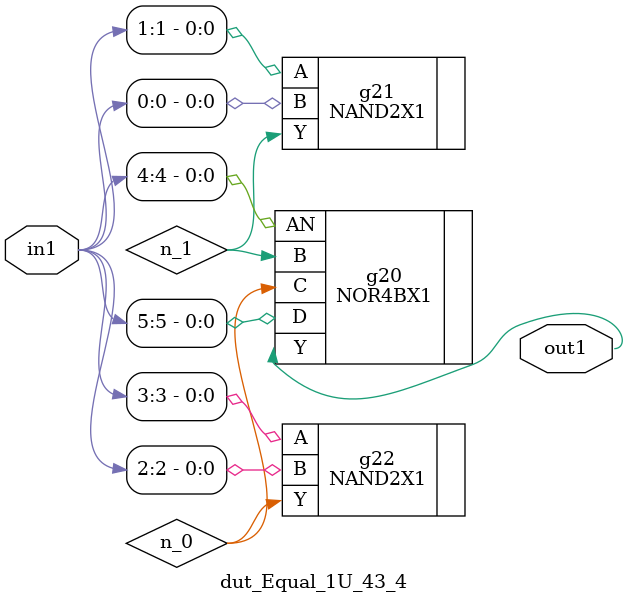
<source format=v>
`timescale 1ps / 1ps


module dut_Equal_1U_43_4(in1, out1);
  input [5:0] in1;
  output out1;
  wire [5:0] in1;
  wire out1;
  wire n_0, n_1;
  NOR4BX1 g20(.AN (in1[4]), .B (n_1), .C (n_0), .D (in1[5]), .Y (out1));
  NAND2X1 g21(.A (in1[1]), .B (in1[0]), .Y (n_1));
  NAND2X1 g22(.A (in1[3]), .B (in1[2]), .Y (n_0));
endmodule



</source>
